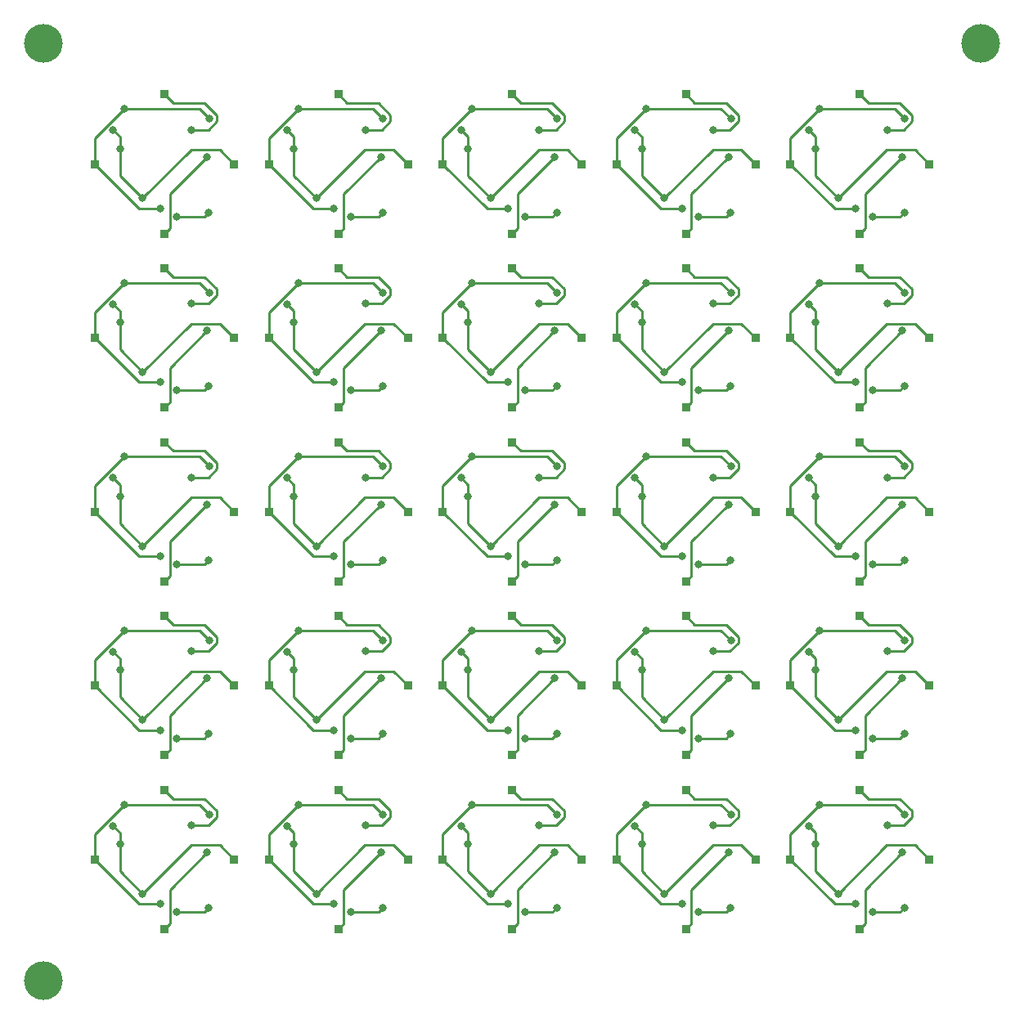
<source format=gbr>
%TF.GenerationSoftware,KiCad,Pcbnew,7.0.7-7.0.7~ubuntu20.04.1*%
%TF.CreationDate,2023-08-22T16:04:55-04:00*%
%TF.ProjectId,bno08x-i2c-board-v6-large-crystal-panel,626e6f30-3878-42d6-9932-632d626f6172,rev?*%
%TF.SameCoordinates,Original*%
%TF.FileFunction,Copper,L2,Bot*%
%TF.FilePolarity,Positive*%
%FSLAX46Y46*%
G04 Gerber Fmt 4.6, Leading zero omitted, Abs format (unit mm)*
G04 Created by KiCad (PCBNEW 7.0.7-7.0.7~ubuntu20.04.1) date 2023-08-22 16:04:55*
%MOMM*%
%LPD*%
G01*
G04 APERTURE LIST*
%TA.AperFunction,ComponentPad*%
%ADD10R,0.850000X0.850000*%
%TD*%
%TA.AperFunction,SMDPad,CuDef*%
%ADD11C,4.000000*%
%TD*%
%TA.AperFunction,ViaPad*%
%ADD12C,0.800000*%
%TD*%
%TA.AperFunction,Conductor*%
%ADD13C,0.250000*%
%TD*%
G04 APERTURE END LIST*
D10*
%TO.P,J4,1,Pin_1*%
%TO.N,Board_12-CLKSEL0*%
X58197552Y-50999388D03*
%TD*%
%TO.P,J2,1,Pin_1*%
%TO.N,Board_13-SDA*%
X68997552Y-43799388D03*
%TD*%
%TO.P,J4,1,Pin_1*%
%TO.N,Board_5-CLKSEL0*%
X22197552Y-32999388D03*
%TD*%
%TO.P,J3,1,Pin_1*%
%TO.N,Board_16-+3.3V*%
X25797552Y-68999388D03*
%TD*%
%TO.P,J2,1,Pin_1*%
%TO.N,Board_10-SDA*%
X14997552Y-43799388D03*
%TD*%
%TO.P,J2,1,Pin_1*%
%TO.N,Board_24-SDA*%
X86997552Y-79799388D03*
%TD*%
%TO.P,J1,1,Pin_1*%
%TO.N,Board_16-SCL*%
X32997552Y-76199388D03*
%TD*%
%TO.P,J3,1,Pin_1*%
%TO.N,Board_7-+3.3V*%
X43797552Y-32999388D03*
%TD*%
%TO.P,J4,1,Pin_1*%
%TO.N,Board_20-CLKSEL0*%
X22197552Y-86999388D03*
%TD*%
%TO.P,J4,1,Pin_1*%
%TO.N,Board_3-CLKSEL0*%
X76197552Y-14999388D03*
%TD*%
%TO.P,J4,1,Pin_1*%
%TO.N,Board_8-CLKSEL0*%
X76197552Y-32999388D03*
%TD*%
%TO.P,J3,1,Pin_1*%
%TO.N,Board_11-+3.3V*%
X25797552Y-50999388D03*
%TD*%
%TO.P,J4,1,Pin_1*%
%TO.N,Board_6-CLKSEL0*%
X40197552Y-32999388D03*
%TD*%
%TO.P,J3,1,Pin_1*%
%TO.N,Board_15-+3.3V*%
X7797552Y-68999388D03*
%TD*%
%TO.P,J3,1,Pin_1*%
%TO.N,Board_4-+3.3V*%
X79797552Y-14999388D03*
%TD*%
%TO.P,J4,1,Pin_1*%
%TO.N,Board_11-CLKSEL0*%
X40197552Y-50999388D03*
%TD*%
%TO.P,J4,1,Pin_1*%
%TO.N,Board_14-CLKSEL0*%
X94197552Y-50999388D03*
%TD*%
%TO.P,J3,1,Pin_1*%
%TO.N,Board_9-+3.3V*%
X79797552Y-32999388D03*
%TD*%
%TO.P,J3,1,Pin_1*%
%TO.N,Board_17-+3.3V*%
X43797552Y-68999388D03*
%TD*%
%TO.P,J4,1,Pin_1*%
%TO.N,Board_4-CLKSEL0*%
X94197552Y-14999388D03*
%TD*%
%TO.P,J2,1,Pin_1*%
%TO.N,Board_0-SDA*%
X14997552Y-7799388D03*
%TD*%
%TO.P,J3,1,Pin_1*%
%TO.N,Board_3-+3.3V*%
X61797552Y-14999388D03*
%TD*%
%TO.P,J2,1,Pin_1*%
%TO.N,Board_22-SDA*%
X50997552Y-79799388D03*
%TD*%
%TO.P,J4,1,Pin_1*%
%TO.N,Board_21-CLKSEL0*%
X40197552Y-86999388D03*
%TD*%
%TO.P,J2,1,Pin_1*%
%TO.N,Board_7-SDA*%
X50997552Y-25799388D03*
%TD*%
%TO.P,J4,1,Pin_1*%
%TO.N,Board_0-CLKSEL0*%
X22197552Y-14999388D03*
%TD*%
%TO.P,J3,1,Pin_1*%
%TO.N,Board_8-+3.3V*%
X61797552Y-32999388D03*
%TD*%
%TO.P,J4,1,Pin_1*%
%TO.N,Board_24-CLKSEL0*%
X94197552Y-86999388D03*
%TD*%
%TO.P,J1,1,Pin_1*%
%TO.N,Board_22-SCL*%
X50997552Y-94199388D03*
%TD*%
%TO.P,J4,1,Pin_1*%
%TO.N,Board_15-CLKSEL0*%
X22197552Y-68999388D03*
%TD*%
%TO.P,J3,1,Pin_1*%
%TO.N,Board_2-+3.3V*%
X43797552Y-14999388D03*
%TD*%
%TO.P,J2,1,Pin_1*%
%TO.N,Board_6-SDA*%
X32997552Y-25799388D03*
%TD*%
%TO.P,J4,1,Pin_1*%
%TO.N,Board_9-CLKSEL0*%
X94197552Y-32999388D03*
%TD*%
%TO.P,J2,1,Pin_1*%
%TO.N,Board_5-SDA*%
X14997552Y-25799388D03*
%TD*%
%TO.P,J1,1,Pin_1*%
%TO.N,Board_13-SCL*%
X68997552Y-58199388D03*
%TD*%
%TO.P,J1,1,Pin_1*%
%TO.N,Board_18-SCL*%
X68997552Y-76199388D03*
%TD*%
%TO.P,J2,1,Pin_1*%
%TO.N,Board_14-SDA*%
X86997552Y-43799388D03*
%TD*%
%TO.P,J1,1,Pin_1*%
%TO.N,Board_3-SCL*%
X68997552Y-22199388D03*
%TD*%
%TO.P,J3,1,Pin_1*%
%TO.N,Board_22-+3.3V*%
X43797552Y-86999388D03*
%TD*%
%TO.P,J1,1,Pin_1*%
%TO.N,Board_10-SCL*%
X14997552Y-58199388D03*
%TD*%
%TO.P,J3,1,Pin_1*%
%TO.N,Board_13-+3.3V*%
X61797552Y-50999388D03*
%TD*%
%TO.P,J3,1,Pin_1*%
%TO.N,Board_21-+3.3V*%
X25797552Y-86999388D03*
%TD*%
%TO.P,J1,1,Pin_1*%
%TO.N,Board_9-SCL*%
X86997552Y-40199388D03*
%TD*%
%TO.P,J1,1,Pin_1*%
%TO.N,Board_7-SCL*%
X50997552Y-40199388D03*
%TD*%
%TO.P,J1,1,Pin_1*%
%TO.N,Board_23-SCL*%
X68997552Y-94199388D03*
%TD*%
%TO.P,J4,1,Pin_1*%
%TO.N,Board_13-CLKSEL0*%
X76197552Y-50999388D03*
%TD*%
%TO.P,J4,1,Pin_1*%
%TO.N,Board_2-CLKSEL0*%
X58197552Y-14999388D03*
%TD*%
%TO.P,J4,1,Pin_1*%
%TO.N,Board_16-CLKSEL0*%
X40197552Y-68999388D03*
%TD*%
%TO.P,J3,1,Pin_1*%
%TO.N,Board_6-+3.3V*%
X25797552Y-32999388D03*
%TD*%
%TO.P,J3,1,Pin_1*%
%TO.N,Board_19-+3.3V*%
X79797552Y-68999388D03*
%TD*%
%TO.P,J2,1,Pin_1*%
%TO.N,Board_19-SDA*%
X86997552Y-61799388D03*
%TD*%
%TO.P,J1,1,Pin_1*%
%TO.N,Board_2-SCL*%
X50997552Y-22199388D03*
%TD*%
%TO.P,J2,1,Pin_1*%
%TO.N,Board_11-SDA*%
X32997552Y-43799388D03*
%TD*%
%TO.P,J1,1,Pin_1*%
%TO.N,Board_21-SCL*%
X32997552Y-94199388D03*
%TD*%
%TO.P,J3,1,Pin_1*%
%TO.N,Board_10-+3.3V*%
X7797552Y-50999388D03*
%TD*%
%TO.P,J2,1,Pin_1*%
%TO.N,Board_18-SDA*%
X68997552Y-61799388D03*
%TD*%
%TO.P,J2,1,Pin_1*%
%TO.N,Board_20-SDA*%
X14997552Y-79799388D03*
%TD*%
%TO.P,J3,1,Pin_1*%
%TO.N,Board_12-+3.3V*%
X43797552Y-50999388D03*
%TD*%
%TO.P,J1,1,Pin_1*%
%TO.N,Board_19-SCL*%
X86997552Y-76199388D03*
%TD*%
%TO.P,J2,1,Pin_1*%
%TO.N,Board_8-SDA*%
X68997552Y-25799388D03*
%TD*%
%TO.P,J4,1,Pin_1*%
%TO.N,Board_18-CLKSEL0*%
X76197552Y-68999388D03*
%TD*%
%TO.P,J2,1,Pin_1*%
%TO.N,Board_4-SDA*%
X86997552Y-7799388D03*
%TD*%
%TO.P,J2,1,Pin_1*%
%TO.N,Board_15-SDA*%
X14997552Y-61799388D03*
%TD*%
%TO.P,J1,1,Pin_1*%
%TO.N,Board_15-SCL*%
X14997552Y-76199388D03*
%TD*%
%TO.P,J4,1,Pin_1*%
%TO.N,Board_23-CLKSEL0*%
X76197552Y-86999388D03*
%TD*%
%TO.P,J1,1,Pin_1*%
%TO.N,Board_12-SCL*%
X50997552Y-58199388D03*
%TD*%
%TO.P,J1,1,Pin_1*%
%TO.N,Board_5-SCL*%
X14997552Y-40199388D03*
%TD*%
%TO.P,J3,1,Pin_1*%
%TO.N,Board_0-+3.3V*%
X7797552Y-14999388D03*
%TD*%
%TO.P,J3,1,Pin_1*%
%TO.N,Board_18-+3.3V*%
X61797552Y-68999388D03*
%TD*%
%TO.P,J1,1,Pin_1*%
%TO.N,Board_1-SCL*%
X32997552Y-22199388D03*
%TD*%
%TO.P,J1,1,Pin_1*%
%TO.N,Board_24-SCL*%
X86997552Y-94199388D03*
%TD*%
%TO.P,J1,1,Pin_1*%
%TO.N,Board_17-SCL*%
X50997552Y-76199388D03*
%TD*%
%TO.P,J2,1,Pin_1*%
%TO.N,Board_2-SDA*%
X50997552Y-7799388D03*
%TD*%
%TO.P,J1,1,Pin_1*%
%TO.N,Board_20-SCL*%
X14997552Y-94199388D03*
%TD*%
%TO.P,J1,1,Pin_1*%
%TO.N,Board_4-SCL*%
X86997552Y-22199388D03*
%TD*%
%TO.P,J4,1,Pin_1*%
%TO.N,Board_19-CLKSEL0*%
X94197552Y-68999388D03*
%TD*%
%TO.P,J2,1,Pin_1*%
%TO.N,Board_1-SDA*%
X32997552Y-7799388D03*
%TD*%
%TO.P,J2,1,Pin_1*%
%TO.N,Board_12-SDA*%
X50997552Y-43799388D03*
%TD*%
%TO.P,J3,1,Pin_1*%
%TO.N,Board_24-+3.3V*%
X79797552Y-86999388D03*
%TD*%
%TO.P,J2,1,Pin_1*%
%TO.N,Board_9-SDA*%
X86997552Y-25799388D03*
%TD*%
%TO.P,J4,1,Pin_1*%
%TO.N,Board_17-CLKSEL0*%
X58197552Y-68999388D03*
%TD*%
%TO.P,J2,1,Pin_1*%
%TO.N,Board_21-SDA*%
X32997552Y-79799388D03*
%TD*%
%TO.P,J4,1,Pin_1*%
%TO.N,Board_22-CLKSEL0*%
X58197552Y-86999388D03*
%TD*%
%TO.P,J3,1,Pin_1*%
%TO.N,Board_20-+3.3V*%
X7797552Y-86999388D03*
%TD*%
%TO.P,J3,1,Pin_1*%
%TO.N,Board_23-+3.3V*%
X61797552Y-86999388D03*
%TD*%
%TO.P,J3,1,Pin_1*%
%TO.N,Board_14-+3.3V*%
X79797552Y-50999388D03*
%TD*%
%TO.P,J4,1,Pin_1*%
%TO.N,Board_10-CLKSEL0*%
X22197552Y-50999388D03*
%TD*%
%TO.P,J1,1,Pin_1*%
%TO.N,Board_0-SCL*%
X14997552Y-22199388D03*
%TD*%
%TO.P,J2,1,Pin_1*%
%TO.N,Board_23-SDA*%
X68997552Y-79799388D03*
%TD*%
%TO.P,J2,1,Pin_1*%
%TO.N,Board_3-SDA*%
X68997552Y-7799388D03*
%TD*%
%TO.P,J1,1,Pin_1*%
%TO.N,Board_6-SCL*%
X32997552Y-40199388D03*
%TD*%
%TO.P,J1,1,Pin_1*%
%TO.N,Board_14-SCL*%
X86997552Y-58199388D03*
%TD*%
%TO.P,J4,1,Pin_1*%
%TO.N,Board_1-CLKSEL0*%
X40197552Y-14999388D03*
%TD*%
%TO.P,J3,1,Pin_1*%
%TO.N,Board_1-+3.3V*%
X25797552Y-14999388D03*
%TD*%
%TO.P,J2,1,Pin_1*%
%TO.N,Board_17-SDA*%
X50997552Y-61799388D03*
%TD*%
%TO.P,J4,1,Pin_1*%
%TO.N,Board_7-CLKSEL0*%
X58197552Y-32999388D03*
%TD*%
%TO.P,J3,1,Pin_1*%
%TO.N,Board_5-+3.3V*%
X7797552Y-32999388D03*
%TD*%
%TO.P,J2,1,Pin_1*%
%TO.N,Board_16-SDA*%
X32997552Y-61799388D03*
%TD*%
%TO.P,J1,1,Pin_1*%
%TO.N,Board_8-SCL*%
X68997552Y-40199388D03*
%TD*%
%TO.P,J1,1,Pin_1*%
%TO.N,Board_11-SCL*%
X32997552Y-58199388D03*
%TD*%
D11*
%TO.P,REF\u002A\u002A,*%
%TO.N,*%
X2500000Y-2500000D03*
%TD*%
%TO.P,REF\u002A\u002A,*%
%TO.N,*%
X99497552Y-2500000D03*
%TD*%
%TO.P,REF\u002A\u002A,*%
%TO.N,*%
X2500000Y-99498776D03*
%TD*%
D12*
%TO.N,Board_0-+3.3V*%
X16297552Y-20449388D03*
X14547552Y-19599388D03*
X19597552Y-19999388D03*
X10847552Y-9299388D03*
X19627552Y-10319388D03*
%TO.N,Board_0-CLKSEL0*%
X12747552Y-18549388D03*
X10397552Y-13399388D03*
X9697552Y-11499388D03*
%TO.N,Board_0-SCL*%
X19397552Y-14249388D03*
%TO.N,Board_0-SDA*%
X17797552Y-11449388D03*
%TO.N,Board_1-+3.3V*%
X37627552Y-10319388D03*
X37597552Y-19999388D03*
X32547552Y-19599388D03*
X28847552Y-9299388D03*
X34297552Y-20449388D03*
%TO.N,Board_1-CLKSEL0*%
X30747552Y-18549388D03*
X28397552Y-13399388D03*
X27697552Y-11499388D03*
%TO.N,Board_1-SCL*%
X37397552Y-14249388D03*
%TO.N,Board_1-SDA*%
X35797552Y-11449388D03*
%TO.N,Board_2-+3.3V*%
X52297552Y-20449388D03*
X46847552Y-9299388D03*
X50547552Y-19599388D03*
X55597552Y-19999388D03*
X55627552Y-10319388D03*
%TO.N,Board_2-CLKSEL0*%
X48747552Y-18549388D03*
X46397552Y-13399388D03*
X45697552Y-11499388D03*
%TO.N,Board_2-SCL*%
X55397552Y-14249388D03*
%TO.N,Board_2-SDA*%
X53797552Y-11449388D03*
%TO.N,Board_3-+3.3V*%
X64847552Y-9299388D03*
X70297552Y-20449388D03*
X68547552Y-19599388D03*
X73597552Y-19999388D03*
X73627552Y-10319388D03*
%TO.N,Board_3-CLKSEL0*%
X64397552Y-13399388D03*
X63697552Y-11499388D03*
X66747552Y-18549388D03*
%TO.N,Board_3-SCL*%
X73397552Y-14249388D03*
%TO.N,Board_3-SDA*%
X71797552Y-11449388D03*
%TO.N,Board_4-+3.3V*%
X91627552Y-10319388D03*
X82847552Y-9299388D03*
X86547552Y-19599388D03*
X91597552Y-19999388D03*
X88297552Y-20449388D03*
%TO.N,Board_4-CLKSEL0*%
X84747552Y-18549388D03*
X82397552Y-13399388D03*
X81697552Y-11499388D03*
%TO.N,Board_4-SCL*%
X91397552Y-14249388D03*
%TO.N,Board_4-SDA*%
X89797552Y-11449388D03*
%TO.N,Board_5-+3.3V*%
X14547552Y-37599388D03*
X10847552Y-27299388D03*
X19597552Y-37999388D03*
X16297552Y-38449388D03*
X19627552Y-28319388D03*
%TO.N,Board_5-CLKSEL0*%
X9697552Y-29499388D03*
X12747552Y-36549388D03*
X10397552Y-31399388D03*
%TO.N,Board_5-SCL*%
X19397552Y-32249388D03*
%TO.N,Board_5-SDA*%
X17797552Y-29449388D03*
%TO.N,Board_6-+3.3V*%
X34297552Y-38449388D03*
X37597552Y-37999388D03*
X28847552Y-27299388D03*
X37627552Y-28319388D03*
X32547552Y-37599388D03*
%TO.N,Board_6-CLKSEL0*%
X28397552Y-31399388D03*
X30747552Y-36549388D03*
X27697552Y-29499388D03*
%TO.N,Board_6-SCL*%
X37397552Y-32249388D03*
%TO.N,Board_6-SDA*%
X35797552Y-29449388D03*
%TO.N,Board_7-+3.3V*%
X55627552Y-28319388D03*
X46847552Y-27299388D03*
X55597552Y-37999388D03*
X50547552Y-37599388D03*
X52297552Y-38449388D03*
%TO.N,Board_7-CLKSEL0*%
X48747552Y-36549388D03*
X45697552Y-29499388D03*
X46397552Y-31399388D03*
%TO.N,Board_7-SCL*%
X55397552Y-32249388D03*
%TO.N,Board_7-SDA*%
X53797552Y-29449388D03*
%TO.N,Board_8-+3.3V*%
X73627552Y-28319388D03*
X73597552Y-37999388D03*
X64847552Y-27299388D03*
X70297552Y-38449388D03*
X68547552Y-37599388D03*
%TO.N,Board_8-CLKSEL0*%
X66747552Y-36549388D03*
X63697552Y-29499388D03*
X64397552Y-31399388D03*
%TO.N,Board_8-SCL*%
X73397552Y-32249388D03*
%TO.N,Board_8-SDA*%
X71797552Y-29449388D03*
%TO.N,Board_9-+3.3V*%
X82847552Y-27299388D03*
X91627552Y-28319388D03*
X86547552Y-37599388D03*
X91597552Y-37999388D03*
X88297552Y-38449388D03*
%TO.N,Board_9-CLKSEL0*%
X84747552Y-36549388D03*
X81697552Y-29499388D03*
X82397552Y-31399388D03*
%TO.N,Board_9-SCL*%
X91397552Y-32249388D03*
%TO.N,Board_9-SDA*%
X89797552Y-29449388D03*
%TO.N,Board_10-+3.3V*%
X19627552Y-46319388D03*
X10847552Y-45299388D03*
X16297552Y-56449388D03*
X14547552Y-55599388D03*
X19597552Y-55999388D03*
%TO.N,Board_10-CLKSEL0*%
X9697552Y-47499388D03*
X12747552Y-54549388D03*
X10397552Y-49399388D03*
%TO.N,Board_10-SCL*%
X19397552Y-50249388D03*
%TO.N,Board_10-SDA*%
X17797552Y-47449388D03*
%TO.N,Board_11-+3.3V*%
X28847552Y-45299388D03*
X34297552Y-56449388D03*
X37627552Y-46319388D03*
X37597552Y-55999388D03*
X32547552Y-55599388D03*
%TO.N,Board_11-CLKSEL0*%
X27697552Y-47499388D03*
X30747552Y-54549388D03*
X28397552Y-49399388D03*
%TO.N,Board_11-SCL*%
X37397552Y-50249388D03*
%TO.N,Board_11-SDA*%
X35797552Y-47449388D03*
%TO.N,Board_12-+3.3V*%
X50547552Y-55599388D03*
X52297552Y-56449388D03*
X55627552Y-46319388D03*
X46847552Y-45299388D03*
X55597552Y-55999388D03*
%TO.N,Board_12-CLKSEL0*%
X46397552Y-49399388D03*
X45697552Y-47499388D03*
X48747552Y-54549388D03*
%TO.N,Board_12-SCL*%
X55397552Y-50249388D03*
%TO.N,Board_12-SDA*%
X53797552Y-47449388D03*
%TO.N,Board_13-+3.3V*%
X64847552Y-45299388D03*
X73597552Y-55999388D03*
X68547552Y-55599388D03*
X73627552Y-46319388D03*
X70297552Y-56449388D03*
%TO.N,Board_13-CLKSEL0*%
X64397552Y-49399388D03*
X63697552Y-47499388D03*
X66747552Y-54549388D03*
%TO.N,Board_13-SCL*%
X73397552Y-50249388D03*
%TO.N,Board_13-SDA*%
X71797552Y-47449388D03*
%TO.N,Board_14-+3.3V*%
X91627552Y-46319388D03*
X86547552Y-55599388D03*
X88297552Y-56449388D03*
X82847552Y-45299388D03*
X91597552Y-55999388D03*
%TO.N,Board_14-CLKSEL0*%
X84747552Y-54549388D03*
X82397552Y-49399388D03*
X81697552Y-47499388D03*
%TO.N,Board_14-SCL*%
X91397552Y-50249388D03*
%TO.N,Board_14-SDA*%
X89797552Y-47449388D03*
%TO.N,Board_15-+3.3V*%
X10847552Y-63299388D03*
X19597552Y-73999388D03*
X16297552Y-74449388D03*
X19627552Y-64319388D03*
X14547552Y-73599388D03*
%TO.N,Board_15-CLKSEL0*%
X9697552Y-65499388D03*
X10397552Y-67399388D03*
X12747552Y-72549388D03*
%TO.N,Board_15-SCL*%
X19397552Y-68249388D03*
%TO.N,Board_15-SDA*%
X17797552Y-65449388D03*
%TO.N,Board_16-+3.3V*%
X32547552Y-73599388D03*
X37627552Y-64319388D03*
X37597552Y-73999388D03*
X34297552Y-74449388D03*
X28847552Y-63299388D03*
%TO.N,Board_16-CLKSEL0*%
X30747552Y-72549388D03*
X27697552Y-65499388D03*
X28397552Y-67399388D03*
%TO.N,Board_16-SCL*%
X37397552Y-68249388D03*
%TO.N,Board_16-SDA*%
X35797552Y-65449388D03*
%TO.N,Board_17-+3.3V*%
X55597552Y-73999388D03*
X46847552Y-63299388D03*
X50547552Y-73599388D03*
X52297552Y-74449388D03*
X55627552Y-64319388D03*
%TO.N,Board_17-CLKSEL0*%
X45697552Y-65499388D03*
X48747552Y-72549388D03*
X46397552Y-67399388D03*
%TO.N,Board_17-SCL*%
X55397552Y-68249388D03*
%TO.N,Board_17-SDA*%
X53797552Y-65449388D03*
%TO.N,Board_18-+3.3V*%
X73627552Y-64319388D03*
X70297552Y-74449388D03*
X68547552Y-73599388D03*
X64847552Y-63299388D03*
X73597552Y-73999388D03*
%TO.N,Board_18-CLKSEL0*%
X64397552Y-67399388D03*
X66747552Y-72549388D03*
X63697552Y-65499388D03*
%TO.N,Board_18-SCL*%
X73397552Y-68249388D03*
%TO.N,Board_18-SDA*%
X71797552Y-65449388D03*
%TO.N,Board_19-+3.3V*%
X82847552Y-63299388D03*
X88297552Y-74449388D03*
X91597552Y-73999388D03*
X86547552Y-73599388D03*
X91627552Y-64319388D03*
%TO.N,Board_19-CLKSEL0*%
X82397552Y-67399388D03*
X81697552Y-65499388D03*
X84747552Y-72549388D03*
%TO.N,Board_19-SCL*%
X91397552Y-68249388D03*
%TO.N,Board_19-SDA*%
X89797552Y-65449388D03*
%TO.N,Board_20-+3.3V*%
X14547552Y-91599388D03*
X10847552Y-81299388D03*
X16297552Y-92449388D03*
X19627552Y-82319388D03*
X19597552Y-91999388D03*
%TO.N,Board_20-CLKSEL0*%
X9697552Y-83499388D03*
X10397552Y-85399388D03*
X12747552Y-90549388D03*
%TO.N,Board_20-SCL*%
X19397552Y-86249388D03*
%TO.N,Board_20-SDA*%
X17797552Y-83449388D03*
%TO.N,Board_21-+3.3V*%
X28847552Y-81299388D03*
X37597552Y-91999388D03*
X37627552Y-82319388D03*
X32547552Y-91599388D03*
X34297552Y-92449388D03*
%TO.N,Board_21-CLKSEL0*%
X28397552Y-85399388D03*
X27697552Y-83499388D03*
X30747552Y-90549388D03*
%TO.N,Board_21-SCL*%
X37397552Y-86249388D03*
%TO.N,Board_21-SDA*%
X35797552Y-83449388D03*
%TO.N,Board_22-+3.3V*%
X46847552Y-81299388D03*
X52297552Y-92449388D03*
X50547552Y-91599388D03*
X55597552Y-91999388D03*
X55627552Y-82319388D03*
%TO.N,Board_22-CLKSEL0*%
X45697552Y-83499388D03*
X48747552Y-90549388D03*
X46397552Y-85399388D03*
%TO.N,Board_22-SCL*%
X55397552Y-86249388D03*
%TO.N,Board_22-SDA*%
X53797552Y-83449388D03*
%TO.N,Board_23-+3.3V*%
X73597552Y-91999388D03*
X73627552Y-82319388D03*
X64847552Y-81299388D03*
X70297552Y-92449388D03*
X68547552Y-91599388D03*
%TO.N,Board_23-CLKSEL0*%
X64397552Y-85399388D03*
X63697552Y-83499388D03*
X66747552Y-90549388D03*
%TO.N,Board_23-SCL*%
X73397552Y-86249388D03*
%TO.N,Board_23-SDA*%
X71797552Y-83449388D03*
%TO.N,Board_24-+3.3V*%
X88297552Y-92449388D03*
X86547552Y-91599388D03*
X91627552Y-82319388D03*
X91597552Y-91999388D03*
X82847552Y-81299388D03*
%TO.N,Board_24-CLKSEL0*%
X81697552Y-83499388D03*
X82397552Y-85399388D03*
X84747552Y-90549388D03*
%TO.N,Board_24-SCL*%
X91397552Y-86249388D03*
%TO.N,Board_24-SDA*%
X89797552Y-83449388D03*
%TD*%
D13*
%TO.N,Board_0-+3.3V*%
X19147552Y-20449388D02*
X16297552Y-20449388D01*
X7797552Y-12349388D02*
X7797552Y-14999388D01*
X18607552Y-9299388D02*
X19627552Y-10319388D01*
X12397552Y-19599388D02*
X14547552Y-19599388D01*
X19597552Y-19999388D02*
X19147552Y-20449388D01*
X7797552Y-14999388D02*
X12397552Y-19599388D01*
X10847552Y-9299388D02*
X7797552Y-12349388D01*
X10847552Y-9299388D02*
X18607552Y-9299388D01*
%TO.N,Board_0-CLKSEL0*%
X17772552Y-13524388D02*
X12747552Y-18549388D01*
X10397552Y-12199388D02*
X9697552Y-11499388D01*
X12747552Y-18549388D02*
X10397552Y-16199388D01*
X10397552Y-16199388D02*
X10397552Y-13399388D01*
X10397552Y-13399388D02*
X10397552Y-12199388D01*
X22197552Y-14999388D02*
X20722552Y-13524388D01*
X20722552Y-13524388D02*
X17772552Y-13524388D01*
%TO.N,Board_0-SCL*%
X15547552Y-21649388D02*
X15547552Y-18099388D01*
X15547552Y-18099388D02*
X19397552Y-14249388D01*
X14997552Y-22199388D02*
X15547552Y-21649388D01*
%TO.N,Board_0-SDA*%
X20397552Y-10574693D02*
X20397552Y-9949388D01*
X20397552Y-9949388D02*
X19147552Y-8699388D01*
X19147552Y-8699388D02*
X15897552Y-8699388D01*
X17797552Y-11449388D02*
X19522857Y-11449388D01*
X19522857Y-11449388D02*
X20397552Y-10574693D01*
X15897552Y-8699388D02*
X14997552Y-7799388D01*
%TO.N,Board_1-+3.3V*%
X36607552Y-9299388D02*
X37627552Y-10319388D01*
X28847552Y-9299388D02*
X25797552Y-12349388D01*
X25797552Y-12349388D02*
X25797552Y-14999388D01*
X28847552Y-9299388D02*
X36607552Y-9299388D01*
X30397552Y-19599388D02*
X32547552Y-19599388D01*
X37147552Y-20449388D02*
X34297552Y-20449388D01*
X25797552Y-14999388D02*
X30397552Y-19599388D01*
X37597552Y-19999388D02*
X37147552Y-20449388D01*
%TO.N,Board_1-CLKSEL0*%
X28397552Y-12199388D02*
X27697552Y-11499388D01*
X40197552Y-14999388D02*
X38722552Y-13524388D01*
X28397552Y-13399388D02*
X28397552Y-12199388D01*
X35772552Y-13524388D02*
X30747552Y-18549388D01*
X38722552Y-13524388D02*
X35772552Y-13524388D01*
X30747552Y-18549388D02*
X28397552Y-16199388D01*
X28397552Y-16199388D02*
X28397552Y-13399388D01*
%TO.N,Board_1-SCL*%
X33547552Y-21649388D02*
X33547552Y-18099388D01*
X33547552Y-18099388D02*
X37397552Y-14249388D01*
X32997552Y-22199388D02*
X33547552Y-21649388D01*
%TO.N,Board_1-SDA*%
X37147552Y-8699388D02*
X33897552Y-8699388D01*
X35797552Y-11449388D02*
X37522857Y-11449388D01*
X38397552Y-9949388D02*
X37147552Y-8699388D01*
X38397552Y-10574693D02*
X38397552Y-9949388D01*
X37522857Y-11449388D02*
X38397552Y-10574693D01*
X33897552Y-8699388D02*
X32997552Y-7799388D01*
%TO.N,Board_2-+3.3V*%
X46847552Y-9299388D02*
X54607552Y-9299388D01*
X43797552Y-12349388D02*
X43797552Y-14999388D01*
X55597552Y-19999388D02*
X55147552Y-20449388D01*
X54607552Y-9299388D02*
X55627552Y-10319388D01*
X48397552Y-19599388D02*
X50547552Y-19599388D01*
X55147552Y-20449388D02*
X52297552Y-20449388D01*
X43797552Y-14999388D02*
X48397552Y-19599388D01*
X46847552Y-9299388D02*
X43797552Y-12349388D01*
%TO.N,Board_2-CLKSEL0*%
X48747552Y-18549388D02*
X46397552Y-16199388D01*
X46397552Y-13399388D02*
X46397552Y-12199388D01*
X46397552Y-12199388D02*
X45697552Y-11499388D01*
X56722552Y-13524388D02*
X53772552Y-13524388D01*
X53772552Y-13524388D02*
X48747552Y-18549388D01*
X58197552Y-14999388D02*
X56722552Y-13524388D01*
X46397552Y-16199388D02*
X46397552Y-13399388D01*
%TO.N,Board_2-SCL*%
X51547552Y-21649388D02*
X51547552Y-18099388D01*
X50997552Y-22199388D02*
X51547552Y-21649388D01*
X51547552Y-18099388D02*
X55397552Y-14249388D01*
%TO.N,Board_2-SDA*%
X53797552Y-11449388D02*
X55522857Y-11449388D01*
X55147552Y-8699388D02*
X51897552Y-8699388D01*
X56397552Y-10574693D02*
X56397552Y-9949388D01*
X51897552Y-8699388D02*
X50997552Y-7799388D01*
X55522857Y-11449388D02*
X56397552Y-10574693D01*
X56397552Y-9949388D02*
X55147552Y-8699388D01*
%TO.N,Board_3-+3.3V*%
X72607552Y-9299388D02*
X73627552Y-10319388D01*
X73147552Y-20449388D02*
X70297552Y-20449388D01*
X64847552Y-9299388D02*
X61797552Y-12349388D01*
X73597552Y-19999388D02*
X73147552Y-20449388D01*
X61797552Y-12349388D02*
X61797552Y-14999388D01*
X61797552Y-14999388D02*
X66397552Y-19599388D01*
X66397552Y-19599388D02*
X68547552Y-19599388D01*
X64847552Y-9299388D02*
X72607552Y-9299388D01*
%TO.N,Board_3-CLKSEL0*%
X64397552Y-12199388D02*
X63697552Y-11499388D01*
X66747552Y-18549388D02*
X64397552Y-16199388D01*
X64397552Y-13399388D02*
X64397552Y-12199388D01*
X74722552Y-13524388D02*
X71772552Y-13524388D01*
X76197552Y-14999388D02*
X74722552Y-13524388D01*
X71772552Y-13524388D02*
X66747552Y-18549388D01*
X64397552Y-16199388D02*
X64397552Y-13399388D01*
%TO.N,Board_3-SCL*%
X69547552Y-18099388D02*
X73397552Y-14249388D01*
X69547552Y-21649388D02*
X69547552Y-18099388D01*
X68997552Y-22199388D02*
X69547552Y-21649388D01*
%TO.N,Board_3-SDA*%
X69897552Y-8699388D02*
X68997552Y-7799388D01*
X74397552Y-10574693D02*
X74397552Y-9949388D01*
X74397552Y-9949388D02*
X73147552Y-8699388D01*
X73522857Y-11449388D02*
X74397552Y-10574693D01*
X71797552Y-11449388D02*
X73522857Y-11449388D01*
X73147552Y-8699388D02*
X69897552Y-8699388D01*
%TO.N,Board_4-+3.3V*%
X91147552Y-20449388D02*
X88297552Y-20449388D01*
X82847552Y-9299388D02*
X90607552Y-9299388D01*
X84397552Y-19599388D02*
X86547552Y-19599388D01*
X90607552Y-9299388D02*
X91627552Y-10319388D01*
X79797552Y-12349388D02*
X79797552Y-14999388D01*
X91597552Y-19999388D02*
X91147552Y-20449388D01*
X82847552Y-9299388D02*
X79797552Y-12349388D01*
X79797552Y-14999388D02*
X84397552Y-19599388D01*
%TO.N,Board_4-CLKSEL0*%
X84747552Y-18549388D02*
X82397552Y-16199388D01*
X89772552Y-13524388D02*
X84747552Y-18549388D01*
X82397552Y-16199388D02*
X82397552Y-13399388D01*
X94197552Y-14999388D02*
X92722552Y-13524388D01*
X92722552Y-13524388D02*
X89772552Y-13524388D01*
X82397552Y-12199388D02*
X81697552Y-11499388D01*
X82397552Y-13399388D02*
X82397552Y-12199388D01*
%TO.N,Board_4-SCL*%
X87547552Y-21649388D02*
X87547552Y-18099388D01*
X86997552Y-22199388D02*
X87547552Y-21649388D01*
X87547552Y-18099388D02*
X91397552Y-14249388D01*
%TO.N,Board_4-SDA*%
X92397552Y-9949388D02*
X91147552Y-8699388D01*
X92397552Y-10574693D02*
X92397552Y-9949388D01*
X87897552Y-8699388D02*
X86997552Y-7799388D01*
X91147552Y-8699388D02*
X87897552Y-8699388D01*
X89797552Y-11449388D02*
X91522857Y-11449388D01*
X91522857Y-11449388D02*
X92397552Y-10574693D01*
%TO.N,Board_5-+3.3V*%
X19147552Y-38449388D02*
X16297552Y-38449388D01*
X7797552Y-32999388D02*
X12397552Y-37599388D01*
X19597552Y-37999388D02*
X19147552Y-38449388D01*
X10847552Y-27299388D02*
X18607552Y-27299388D01*
X10847552Y-27299388D02*
X7797552Y-30349388D01*
X7797552Y-30349388D02*
X7797552Y-32999388D01*
X18607552Y-27299388D02*
X19627552Y-28319388D01*
X12397552Y-37599388D02*
X14547552Y-37599388D01*
%TO.N,Board_5-CLKSEL0*%
X22197552Y-32999388D02*
X20722552Y-31524388D01*
X17772552Y-31524388D02*
X12747552Y-36549388D01*
X10397552Y-34199388D02*
X10397552Y-31399388D01*
X20722552Y-31524388D02*
X17772552Y-31524388D01*
X12747552Y-36549388D02*
X10397552Y-34199388D01*
X10397552Y-31399388D02*
X10397552Y-30199388D01*
X10397552Y-30199388D02*
X9697552Y-29499388D01*
%TO.N,Board_5-SCL*%
X15547552Y-39649388D02*
X15547552Y-36099388D01*
X14997552Y-40199388D02*
X15547552Y-39649388D01*
X15547552Y-36099388D02*
X19397552Y-32249388D01*
%TO.N,Board_5-SDA*%
X20397552Y-28574693D02*
X20397552Y-27949388D01*
X20397552Y-27949388D02*
X19147552Y-26699388D01*
X19147552Y-26699388D02*
X15897552Y-26699388D01*
X17797552Y-29449388D02*
X19522857Y-29449388D01*
X19522857Y-29449388D02*
X20397552Y-28574693D01*
X15897552Y-26699388D02*
X14997552Y-25799388D01*
%TO.N,Board_6-+3.3V*%
X37597552Y-37999388D02*
X37147552Y-38449388D01*
X28847552Y-27299388D02*
X25797552Y-30349388D01*
X37147552Y-38449388D02*
X34297552Y-38449388D01*
X30397552Y-37599388D02*
X32547552Y-37599388D01*
X25797552Y-32999388D02*
X30397552Y-37599388D01*
X28847552Y-27299388D02*
X36607552Y-27299388D01*
X36607552Y-27299388D02*
X37627552Y-28319388D01*
X25797552Y-30349388D02*
X25797552Y-32999388D01*
%TO.N,Board_6-CLKSEL0*%
X30747552Y-36549388D02*
X28397552Y-34199388D01*
X35772552Y-31524388D02*
X30747552Y-36549388D01*
X28397552Y-30199388D02*
X27697552Y-29499388D01*
X40197552Y-32999388D02*
X38722552Y-31524388D01*
X28397552Y-34199388D02*
X28397552Y-31399388D01*
X28397552Y-31399388D02*
X28397552Y-30199388D01*
X38722552Y-31524388D02*
X35772552Y-31524388D01*
%TO.N,Board_6-SCL*%
X33547552Y-39649388D02*
X33547552Y-36099388D01*
X32997552Y-40199388D02*
X33547552Y-39649388D01*
X33547552Y-36099388D02*
X37397552Y-32249388D01*
%TO.N,Board_6-SDA*%
X37147552Y-26699388D02*
X33897552Y-26699388D01*
X37522857Y-29449388D02*
X38397552Y-28574693D01*
X35797552Y-29449388D02*
X37522857Y-29449388D01*
X33897552Y-26699388D02*
X32997552Y-25799388D01*
X38397552Y-28574693D02*
X38397552Y-27949388D01*
X38397552Y-27949388D02*
X37147552Y-26699388D01*
%TO.N,Board_7-+3.3V*%
X54607552Y-27299388D02*
X55627552Y-28319388D01*
X55597552Y-37999388D02*
X55147552Y-38449388D01*
X55147552Y-38449388D02*
X52297552Y-38449388D01*
X46847552Y-27299388D02*
X54607552Y-27299388D01*
X43797552Y-32999388D02*
X48397552Y-37599388D01*
X46847552Y-27299388D02*
X43797552Y-30349388D01*
X43797552Y-30349388D02*
X43797552Y-32999388D01*
X48397552Y-37599388D02*
X50547552Y-37599388D01*
%TO.N,Board_7-CLKSEL0*%
X53772552Y-31524388D02*
X48747552Y-36549388D01*
X46397552Y-34199388D02*
X46397552Y-31399388D01*
X46397552Y-30199388D02*
X45697552Y-29499388D01*
X46397552Y-31399388D02*
X46397552Y-30199388D01*
X56722552Y-31524388D02*
X53772552Y-31524388D01*
X48747552Y-36549388D02*
X46397552Y-34199388D01*
X58197552Y-32999388D02*
X56722552Y-31524388D01*
%TO.N,Board_7-SCL*%
X50997552Y-40199388D02*
X51547552Y-39649388D01*
X51547552Y-36099388D02*
X55397552Y-32249388D01*
X51547552Y-39649388D02*
X51547552Y-36099388D01*
%TO.N,Board_7-SDA*%
X55147552Y-26699388D02*
X51897552Y-26699388D01*
X56397552Y-27949388D02*
X55147552Y-26699388D01*
X53797552Y-29449388D02*
X55522857Y-29449388D01*
X56397552Y-28574693D02*
X56397552Y-27949388D01*
X55522857Y-29449388D02*
X56397552Y-28574693D01*
X51897552Y-26699388D02*
X50997552Y-25799388D01*
%TO.N,Board_8-+3.3V*%
X64847552Y-27299388D02*
X61797552Y-30349388D01*
X61797552Y-32999388D02*
X66397552Y-37599388D01*
X61797552Y-30349388D02*
X61797552Y-32999388D01*
X72607552Y-27299388D02*
X73627552Y-28319388D01*
X73147552Y-38449388D02*
X70297552Y-38449388D01*
X66397552Y-37599388D02*
X68547552Y-37599388D01*
X73597552Y-37999388D02*
X73147552Y-38449388D01*
X64847552Y-27299388D02*
X72607552Y-27299388D01*
%TO.N,Board_8-CLKSEL0*%
X64397552Y-30199388D02*
X63697552Y-29499388D01*
X74722552Y-31524388D02*
X71772552Y-31524388D01*
X71772552Y-31524388D02*
X66747552Y-36549388D01*
X64397552Y-31399388D02*
X64397552Y-30199388D01*
X64397552Y-34199388D02*
X64397552Y-31399388D01*
X66747552Y-36549388D02*
X64397552Y-34199388D01*
X76197552Y-32999388D02*
X74722552Y-31524388D01*
%TO.N,Board_8-SCL*%
X69547552Y-36099388D02*
X73397552Y-32249388D01*
X68997552Y-40199388D02*
X69547552Y-39649388D01*
X69547552Y-39649388D02*
X69547552Y-36099388D01*
%TO.N,Board_8-SDA*%
X69897552Y-26699388D02*
X68997552Y-25799388D01*
X74397552Y-28574693D02*
X74397552Y-27949388D01*
X73147552Y-26699388D02*
X69897552Y-26699388D01*
X74397552Y-27949388D02*
X73147552Y-26699388D01*
X73522857Y-29449388D02*
X74397552Y-28574693D01*
X71797552Y-29449388D02*
X73522857Y-29449388D01*
%TO.N,Board_9-+3.3V*%
X79797552Y-32999388D02*
X84397552Y-37599388D01*
X84397552Y-37599388D02*
X86547552Y-37599388D01*
X79797552Y-30349388D02*
X79797552Y-32999388D01*
X82847552Y-27299388D02*
X90607552Y-27299388D01*
X90607552Y-27299388D02*
X91627552Y-28319388D01*
X91147552Y-38449388D02*
X88297552Y-38449388D01*
X91597552Y-37999388D02*
X91147552Y-38449388D01*
X82847552Y-27299388D02*
X79797552Y-30349388D01*
%TO.N,Board_9-CLKSEL0*%
X92722552Y-31524388D02*
X89772552Y-31524388D01*
X82397552Y-34199388D02*
X82397552Y-31399388D01*
X84747552Y-36549388D02*
X82397552Y-34199388D01*
X94197552Y-32999388D02*
X92722552Y-31524388D01*
X82397552Y-31399388D02*
X82397552Y-30199388D01*
X82397552Y-30199388D02*
X81697552Y-29499388D01*
X89772552Y-31524388D02*
X84747552Y-36549388D01*
%TO.N,Board_9-SCL*%
X86997552Y-40199388D02*
X87547552Y-39649388D01*
X87547552Y-39649388D02*
X87547552Y-36099388D01*
X87547552Y-36099388D02*
X91397552Y-32249388D01*
%TO.N,Board_9-SDA*%
X87897552Y-26699388D02*
X86997552Y-25799388D01*
X92397552Y-28574693D02*
X92397552Y-27949388D01*
X91522857Y-29449388D02*
X92397552Y-28574693D01*
X91147552Y-26699388D02*
X87897552Y-26699388D01*
X92397552Y-27949388D02*
X91147552Y-26699388D01*
X89797552Y-29449388D02*
X91522857Y-29449388D01*
%TO.N,Board_10-+3.3V*%
X7797552Y-50999388D02*
X12397552Y-55599388D01*
X19597552Y-55999388D02*
X19147552Y-56449388D01*
X12397552Y-55599388D02*
X14547552Y-55599388D01*
X7797552Y-48349388D02*
X7797552Y-50999388D01*
X19147552Y-56449388D02*
X16297552Y-56449388D01*
X10847552Y-45299388D02*
X18607552Y-45299388D01*
X10847552Y-45299388D02*
X7797552Y-48349388D01*
X18607552Y-45299388D02*
X19627552Y-46319388D01*
%TO.N,Board_10-CLKSEL0*%
X20722552Y-49524388D02*
X17772552Y-49524388D01*
X10397552Y-48199388D02*
X9697552Y-47499388D01*
X10397552Y-52199388D02*
X10397552Y-49399388D01*
X12747552Y-54549388D02*
X10397552Y-52199388D01*
X22197552Y-50999388D02*
X20722552Y-49524388D01*
X17772552Y-49524388D02*
X12747552Y-54549388D01*
X10397552Y-49399388D02*
X10397552Y-48199388D01*
%TO.N,Board_10-SCL*%
X15547552Y-54099388D02*
X19397552Y-50249388D01*
X14997552Y-58199388D02*
X15547552Y-57649388D01*
X15547552Y-57649388D02*
X15547552Y-54099388D01*
%TO.N,Board_10-SDA*%
X15897552Y-44699388D02*
X14997552Y-43799388D01*
X20397552Y-45949388D02*
X19147552Y-44699388D01*
X19522857Y-47449388D02*
X20397552Y-46574693D01*
X20397552Y-46574693D02*
X20397552Y-45949388D01*
X19147552Y-44699388D02*
X15897552Y-44699388D01*
X17797552Y-47449388D02*
X19522857Y-47449388D01*
%TO.N,Board_11-+3.3V*%
X30397552Y-55599388D02*
X32547552Y-55599388D01*
X25797552Y-48349388D02*
X25797552Y-50999388D01*
X28847552Y-45299388D02*
X25797552Y-48349388D01*
X37597552Y-55999388D02*
X37147552Y-56449388D01*
X25797552Y-50999388D02*
X30397552Y-55599388D01*
X37147552Y-56449388D02*
X34297552Y-56449388D01*
X36607552Y-45299388D02*
X37627552Y-46319388D01*
X28847552Y-45299388D02*
X36607552Y-45299388D01*
%TO.N,Board_11-CLKSEL0*%
X40197552Y-50999388D02*
X38722552Y-49524388D01*
X28397552Y-48199388D02*
X27697552Y-47499388D01*
X30747552Y-54549388D02*
X28397552Y-52199388D01*
X28397552Y-49399388D02*
X28397552Y-48199388D01*
X35772552Y-49524388D02*
X30747552Y-54549388D01*
X38722552Y-49524388D02*
X35772552Y-49524388D01*
X28397552Y-52199388D02*
X28397552Y-49399388D01*
%TO.N,Board_11-SCL*%
X33547552Y-54099388D02*
X37397552Y-50249388D01*
X33547552Y-57649388D02*
X33547552Y-54099388D01*
X32997552Y-58199388D02*
X33547552Y-57649388D01*
%TO.N,Board_11-SDA*%
X38397552Y-46574693D02*
X38397552Y-45949388D01*
X35797552Y-47449388D02*
X37522857Y-47449388D01*
X37522857Y-47449388D02*
X38397552Y-46574693D01*
X33897552Y-44699388D02*
X32997552Y-43799388D01*
X37147552Y-44699388D02*
X33897552Y-44699388D01*
X38397552Y-45949388D02*
X37147552Y-44699388D01*
%TO.N,Board_12-+3.3V*%
X43797552Y-50999388D02*
X48397552Y-55599388D01*
X48397552Y-55599388D02*
X50547552Y-55599388D01*
X55147552Y-56449388D02*
X52297552Y-56449388D01*
X54607552Y-45299388D02*
X55627552Y-46319388D01*
X55597552Y-55999388D02*
X55147552Y-56449388D01*
X46847552Y-45299388D02*
X54607552Y-45299388D01*
X46847552Y-45299388D02*
X43797552Y-48349388D01*
X43797552Y-48349388D02*
X43797552Y-50999388D01*
%TO.N,Board_12-CLKSEL0*%
X46397552Y-52199388D02*
X46397552Y-49399388D01*
X53772552Y-49524388D02*
X48747552Y-54549388D01*
X58197552Y-50999388D02*
X56722552Y-49524388D01*
X56722552Y-49524388D02*
X53772552Y-49524388D01*
X46397552Y-49399388D02*
X46397552Y-48199388D01*
X46397552Y-48199388D02*
X45697552Y-47499388D01*
X48747552Y-54549388D02*
X46397552Y-52199388D01*
%TO.N,Board_12-SCL*%
X51547552Y-57649388D02*
X51547552Y-54099388D01*
X50997552Y-58199388D02*
X51547552Y-57649388D01*
X51547552Y-54099388D02*
X55397552Y-50249388D01*
%TO.N,Board_12-SDA*%
X51897552Y-44699388D02*
X50997552Y-43799388D01*
X56397552Y-46574693D02*
X56397552Y-45949388D01*
X55522857Y-47449388D02*
X56397552Y-46574693D01*
X56397552Y-45949388D02*
X55147552Y-44699388D01*
X55147552Y-44699388D02*
X51897552Y-44699388D01*
X53797552Y-47449388D02*
X55522857Y-47449388D01*
%TO.N,Board_13-+3.3V*%
X64847552Y-45299388D02*
X72607552Y-45299388D01*
X61797552Y-48349388D02*
X61797552Y-50999388D01*
X72607552Y-45299388D02*
X73627552Y-46319388D01*
X64847552Y-45299388D02*
X61797552Y-48349388D01*
X73147552Y-56449388D02*
X70297552Y-56449388D01*
X73597552Y-55999388D02*
X73147552Y-56449388D01*
X66397552Y-55599388D02*
X68547552Y-55599388D01*
X61797552Y-50999388D02*
X66397552Y-55599388D01*
%TO.N,Board_13-CLKSEL0*%
X74722552Y-49524388D02*
X71772552Y-49524388D01*
X66747552Y-54549388D02*
X64397552Y-52199388D01*
X76197552Y-50999388D02*
X74722552Y-49524388D01*
X64397552Y-49399388D02*
X64397552Y-48199388D01*
X64397552Y-48199388D02*
X63697552Y-47499388D01*
X71772552Y-49524388D02*
X66747552Y-54549388D01*
X64397552Y-52199388D02*
X64397552Y-49399388D01*
%TO.N,Board_13-SCL*%
X69547552Y-54099388D02*
X73397552Y-50249388D01*
X69547552Y-57649388D02*
X69547552Y-54099388D01*
X68997552Y-58199388D02*
X69547552Y-57649388D01*
%TO.N,Board_13-SDA*%
X74397552Y-45949388D02*
X73147552Y-44699388D01*
X73147552Y-44699388D02*
X69897552Y-44699388D01*
X73522857Y-47449388D02*
X74397552Y-46574693D01*
X69897552Y-44699388D02*
X68997552Y-43799388D01*
X74397552Y-46574693D02*
X74397552Y-45949388D01*
X71797552Y-47449388D02*
X73522857Y-47449388D01*
%TO.N,Board_14-+3.3V*%
X82847552Y-45299388D02*
X90607552Y-45299388D01*
X79797552Y-48349388D02*
X79797552Y-50999388D01*
X91147552Y-56449388D02*
X88297552Y-56449388D01*
X79797552Y-50999388D02*
X84397552Y-55599388D01*
X90607552Y-45299388D02*
X91627552Y-46319388D01*
X82847552Y-45299388D02*
X79797552Y-48349388D01*
X84397552Y-55599388D02*
X86547552Y-55599388D01*
X91597552Y-55999388D02*
X91147552Y-56449388D01*
%TO.N,Board_14-CLKSEL0*%
X82397552Y-49399388D02*
X82397552Y-48199388D01*
X94197552Y-50999388D02*
X92722552Y-49524388D01*
X82397552Y-48199388D02*
X81697552Y-47499388D01*
X92722552Y-49524388D02*
X89772552Y-49524388D01*
X82397552Y-52199388D02*
X82397552Y-49399388D01*
X84747552Y-54549388D02*
X82397552Y-52199388D01*
X89772552Y-49524388D02*
X84747552Y-54549388D01*
%TO.N,Board_14-SCL*%
X87547552Y-57649388D02*
X87547552Y-54099388D01*
X87547552Y-54099388D02*
X91397552Y-50249388D01*
X86997552Y-58199388D02*
X87547552Y-57649388D01*
%TO.N,Board_14-SDA*%
X92397552Y-46574693D02*
X92397552Y-45949388D01*
X89797552Y-47449388D02*
X91522857Y-47449388D01*
X91522857Y-47449388D02*
X92397552Y-46574693D01*
X87897552Y-44699388D02*
X86997552Y-43799388D01*
X92397552Y-45949388D02*
X91147552Y-44699388D01*
X91147552Y-44699388D02*
X87897552Y-44699388D01*
%TO.N,Board_15-+3.3V*%
X12397552Y-73599388D02*
X14547552Y-73599388D01*
X19147552Y-74449388D02*
X16297552Y-74449388D01*
X10847552Y-63299388D02*
X7797552Y-66349388D01*
X10847552Y-63299388D02*
X18607552Y-63299388D01*
X19597552Y-73999388D02*
X19147552Y-74449388D01*
X18607552Y-63299388D02*
X19627552Y-64319388D01*
X7797552Y-68999388D02*
X12397552Y-73599388D01*
X7797552Y-66349388D02*
X7797552Y-68999388D01*
%TO.N,Board_15-CLKSEL0*%
X20722552Y-67524388D02*
X17772552Y-67524388D01*
X22197552Y-68999388D02*
X20722552Y-67524388D01*
X10397552Y-70199388D02*
X10397552Y-67399388D01*
X12747552Y-72549388D02*
X10397552Y-70199388D01*
X17772552Y-67524388D02*
X12747552Y-72549388D01*
X10397552Y-67399388D02*
X10397552Y-66199388D01*
X10397552Y-66199388D02*
X9697552Y-65499388D01*
%TO.N,Board_15-SCL*%
X14997552Y-76199388D02*
X15547552Y-75649388D01*
X15547552Y-72099388D02*
X19397552Y-68249388D01*
X15547552Y-75649388D02*
X15547552Y-72099388D01*
%TO.N,Board_15-SDA*%
X19147552Y-62699388D02*
X15897552Y-62699388D01*
X15897552Y-62699388D02*
X14997552Y-61799388D01*
X17797552Y-65449388D02*
X19522857Y-65449388D01*
X20397552Y-64574693D02*
X20397552Y-63949388D01*
X19522857Y-65449388D02*
X20397552Y-64574693D01*
X20397552Y-63949388D02*
X19147552Y-62699388D01*
%TO.N,Board_16-+3.3V*%
X37147552Y-74449388D02*
X34297552Y-74449388D01*
X25797552Y-68999388D02*
X30397552Y-73599388D01*
X37597552Y-73999388D02*
X37147552Y-74449388D01*
X30397552Y-73599388D02*
X32547552Y-73599388D01*
X36607552Y-63299388D02*
X37627552Y-64319388D01*
X25797552Y-66349388D02*
X25797552Y-68999388D01*
X28847552Y-63299388D02*
X25797552Y-66349388D01*
X28847552Y-63299388D02*
X36607552Y-63299388D01*
%TO.N,Board_16-CLKSEL0*%
X30747552Y-72549388D02*
X28397552Y-70199388D01*
X28397552Y-66199388D02*
X27697552Y-65499388D01*
X38722552Y-67524388D02*
X35772552Y-67524388D01*
X28397552Y-70199388D02*
X28397552Y-67399388D01*
X35772552Y-67524388D02*
X30747552Y-72549388D01*
X40197552Y-68999388D02*
X38722552Y-67524388D01*
X28397552Y-67399388D02*
X28397552Y-66199388D01*
%TO.N,Board_16-SCL*%
X32997552Y-76199388D02*
X33547552Y-75649388D01*
X33547552Y-75649388D02*
X33547552Y-72099388D01*
X33547552Y-72099388D02*
X37397552Y-68249388D01*
%TO.N,Board_16-SDA*%
X38397552Y-64574693D02*
X38397552Y-63949388D01*
X35797552Y-65449388D02*
X37522857Y-65449388D01*
X33897552Y-62699388D02*
X32997552Y-61799388D01*
X37522857Y-65449388D02*
X38397552Y-64574693D01*
X38397552Y-63949388D02*
X37147552Y-62699388D01*
X37147552Y-62699388D02*
X33897552Y-62699388D01*
%TO.N,Board_17-+3.3V*%
X55147552Y-74449388D02*
X52297552Y-74449388D01*
X46847552Y-63299388D02*
X43797552Y-66349388D01*
X43797552Y-68999388D02*
X48397552Y-73599388D01*
X46847552Y-63299388D02*
X54607552Y-63299388D01*
X43797552Y-66349388D02*
X43797552Y-68999388D01*
X48397552Y-73599388D02*
X50547552Y-73599388D01*
X55597552Y-73999388D02*
X55147552Y-74449388D01*
X54607552Y-63299388D02*
X55627552Y-64319388D01*
%TO.N,Board_17-CLKSEL0*%
X53772552Y-67524388D02*
X48747552Y-72549388D01*
X56722552Y-67524388D02*
X53772552Y-67524388D01*
X46397552Y-67399388D02*
X46397552Y-66199388D01*
X48747552Y-72549388D02*
X46397552Y-70199388D01*
X46397552Y-66199388D02*
X45697552Y-65499388D01*
X46397552Y-70199388D02*
X46397552Y-67399388D01*
X58197552Y-68999388D02*
X56722552Y-67524388D01*
%TO.N,Board_17-SCL*%
X50997552Y-76199388D02*
X51547552Y-75649388D01*
X51547552Y-75649388D02*
X51547552Y-72099388D01*
X51547552Y-72099388D02*
X55397552Y-68249388D01*
%TO.N,Board_17-SDA*%
X53797552Y-65449388D02*
X55522857Y-65449388D01*
X55147552Y-62699388D02*
X51897552Y-62699388D01*
X56397552Y-63949388D02*
X55147552Y-62699388D01*
X51897552Y-62699388D02*
X50997552Y-61799388D01*
X56397552Y-64574693D02*
X56397552Y-63949388D01*
X55522857Y-65449388D02*
X56397552Y-64574693D01*
%TO.N,Board_18-+3.3V*%
X61797552Y-66349388D02*
X61797552Y-68999388D01*
X72607552Y-63299388D02*
X73627552Y-64319388D01*
X61797552Y-68999388D02*
X66397552Y-73599388D01*
X66397552Y-73599388D02*
X68547552Y-73599388D01*
X64847552Y-63299388D02*
X61797552Y-66349388D01*
X73147552Y-74449388D02*
X70297552Y-74449388D01*
X73597552Y-73999388D02*
X73147552Y-74449388D01*
X64847552Y-63299388D02*
X72607552Y-63299388D01*
%TO.N,Board_18-CLKSEL0*%
X66747552Y-72549388D02*
X64397552Y-70199388D01*
X64397552Y-67399388D02*
X64397552Y-66199388D01*
X64397552Y-66199388D02*
X63697552Y-65499388D01*
X76197552Y-68999388D02*
X74722552Y-67524388D01*
X64397552Y-70199388D02*
X64397552Y-67399388D01*
X74722552Y-67524388D02*
X71772552Y-67524388D01*
X71772552Y-67524388D02*
X66747552Y-72549388D01*
%TO.N,Board_18-SCL*%
X69547552Y-75649388D02*
X69547552Y-72099388D01*
X68997552Y-76199388D02*
X69547552Y-75649388D01*
X69547552Y-72099388D02*
X73397552Y-68249388D01*
%TO.N,Board_18-SDA*%
X74397552Y-63949388D02*
X73147552Y-62699388D01*
X69897552Y-62699388D02*
X68997552Y-61799388D01*
X71797552Y-65449388D02*
X73522857Y-65449388D01*
X73522857Y-65449388D02*
X74397552Y-64574693D01*
X74397552Y-64574693D02*
X74397552Y-63949388D01*
X73147552Y-62699388D02*
X69897552Y-62699388D01*
%TO.N,Board_19-+3.3V*%
X90607552Y-63299388D02*
X91627552Y-64319388D01*
X82847552Y-63299388D02*
X90607552Y-63299388D01*
X84397552Y-73599388D02*
X86547552Y-73599388D01*
X79797552Y-66349388D02*
X79797552Y-68999388D01*
X82847552Y-63299388D02*
X79797552Y-66349388D01*
X79797552Y-68999388D02*
X84397552Y-73599388D01*
X91597552Y-73999388D02*
X91147552Y-74449388D01*
X91147552Y-74449388D02*
X88297552Y-74449388D01*
%TO.N,Board_19-CLKSEL0*%
X94197552Y-68999388D02*
X92722552Y-67524388D01*
X84747552Y-72549388D02*
X82397552Y-70199388D01*
X82397552Y-70199388D02*
X82397552Y-67399388D01*
X82397552Y-66199388D02*
X81697552Y-65499388D01*
X92722552Y-67524388D02*
X89772552Y-67524388D01*
X89772552Y-67524388D02*
X84747552Y-72549388D01*
X82397552Y-67399388D02*
X82397552Y-66199388D01*
%TO.N,Board_19-SCL*%
X87547552Y-72099388D02*
X91397552Y-68249388D01*
X87547552Y-75649388D02*
X87547552Y-72099388D01*
X86997552Y-76199388D02*
X87547552Y-75649388D01*
%TO.N,Board_19-SDA*%
X92397552Y-63949388D02*
X91147552Y-62699388D01*
X91147552Y-62699388D02*
X87897552Y-62699388D01*
X87897552Y-62699388D02*
X86997552Y-61799388D01*
X89797552Y-65449388D02*
X91522857Y-65449388D01*
X91522857Y-65449388D02*
X92397552Y-64574693D01*
X92397552Y-64574693D02*
X92397552Y-63949388D01*
%TO.N,Board_20-+3.3V*%
X18607552Y-81299388D02*
X19627552Y-82319388D01*
X10847552Y-81299388D02*
X18607552Y-81299388D01*
X19147552Y-92449388D02*
X16297552Y-92449388D01*
X7797552Y-86999388D02*
X12397552Y-91599388D01*
X19597552Y-91999388D02*
X19147552Y-92449388D01*
X12397552Y-91599388D02*
X14547552Y-91599388D01*
X7797552Y-84349388D02*
X7797552Y-86999388D01*
X10847552Y-81299388D02*
X7797552Y-84349388D01*
%TO.N,Board_20-CLKSEL0*%
X22197552Y-86999388D02*
X20722552Y-85524388D01*
X17772552Y-85524388D02*
X12747552Y-90549388D01*
X12747552Y-90549388D02*
X10397552Y-88199388D01*
X10397552Y-84199388D02*
X9697552Y-83499388D01*
X10397552Y-88199388D02*
X10397552Y-85399388D01*
X20722552Y-85524388D02*
X17772552Y-85524388D01*
X10397552Y-85399388D02*
X10397552Y-84199388D01*
%TO.N,Board_20-SCL*%
X15547552Y-93649388D02*
X15547552Y-90099388D01*
X14997552Y-94199388D02*
X15547552Y-93649388D01*
X15547552Y-90099388D02*
X19397552Y-86249388D01*
%TO.N,Board_20-SDA*%
X20397552Y-81949388D02*
X19147552Y-80699388D01*
X20397552Y-82574693D02*
X20397552Y-81949388D01*
X15897552Y-80699388D02*
X14997552Y-79799388D01*
X19147552Y-80699388D02*
X15897552Y-80699388D01*
X19522857Y-83449388D02*
X20397552Y-82574693D01*
X17797552Y-83449388D02*
X19522857Y-83449388D01*
%TO.N,Board_21-+3.3V*%
X37147552Y-92449388D02*
X34297552Y-92449388D01*
X28847552Y-81299388D02*
X25797552Y-84349388D01*
X37597552Y-91999388D02*
X37147552Y-92449388D01*
X25797552Y-84349388D02*
X25797552Y-86999388D01*
X36607552Y-81299388D02*
X37627552Y-82319388D01*
X28847552Y-81299388D02*
X36607552Y-81299388D01*
X25797552Y-86999388D02*
X30397552Y-91599388D01*
X30397552Y-91599388D02*
X32547552Y-91599388D01*
%TO.N,Board_21-CLKSEL0*%
X35772552Y-85524388D02*
X30747552Y-90549388D01*
X30747552Y-90549388D02*
X28397552Y-88199388D01*
X38722552Y-85524388D02*
X35772552Y-85524388D01*
X28397552Y-85399388D02*
X28397552Y-84199388D01*
X40197552Y-86999388D02*
X38722552Y-85524388D01*
X28397552Y-84199388D02*
X27697552Y-83499388D01*
X28397552Y-88199388D02*
X28397552Y-85399388D01*
%TO.N,Board_21-SCL*%
X32997552Y-94199388D02*
X33547552Y-93649388D01*
X33547552Y-90099388D02*
X37397552Y-86249388D01*
X33547552Y-93649388D02*
X33547552Y-90099388D01*
%TO.N,Board_21-SDA*%
X35797552Y-83449388D02*
X37522857Y-83449388D01*
X38397552Y-81949388D02*
X37147552Y-80699388D01*
X38397552Y-82574693D02*
X38397552Y-81949388D01*
X33897552Y-80699388D02*
X32997552Y-79799388D01*
X37522857Y-83449388D02*
X38397552Y-82574693D01*
X37147552Y-80699388D02*
X33897552Y-80699388D01*
%TO.N,Board_22-+3.3V*%
X46847552Y-81299388D02*
X43797552Y-84349388D01*
X54607552Y-81299388D02*
X55627552Y-82319388D01*
X48397552Y-91599388D02*
X50547552Y-91599388D01*
X43797552Y-84349388D02*
X43797552Y-86999388D01*
X55597552Y-91999388D02*
X55147552Y-92449388D01*
X43797552Y-86999388D02*
X48397552Y-91599388D01*
X55147552Y-92449388D02*
X52297552Y-92449388D01*
X46847552Y-81299388D02*
X54607552Y-81299388D01*
%TO.N,Board_22-CLKSEL0*%
X58197552Y-86999388D02*
X56722552Y-85524388D01*
X48747552Y-90549388D02*
X46397552Y-88199388D01*
X46397552Y-85399388D02*
X46397552Y-84199388D01*
X46397552Y-88199388D02*
X46397552Y-85399388D01*
X46397552Y-84199388D02*
X45697552Y-83499388D01*
X53772552Y-85524388D02*
X48747552Y-90549388D01*
X56722552Y-85524388D02*
X53772552Y-85524388D01*
%TO.N,Board_22-SCL*%
X51547552Y-93649388D02*
X51547552Y-90099388D01*
X50997552Y-94199388D02*
X51547552Y-93649388D01*
X51547552Y-90099388D02*
X55397552Y-86249388D01*
%TO.N,Board_22-SDA*%
X55147552Y-80699388D02*
X51897552Y-80699388D01*
X55522857Y-83449388D02*
X56397552Y-82574693D01*
X56397552Y-81949388D02*
X55147552Y-80699388D01*
X56397552Y-82574693D02*
X56397552Y-81949388D01*
X51897552Y-80699388D02*
X50997552Y-79799388D01*
X53797552Y-83449388D02*
X55522857Y-83449388D01*
%TO.N,Board_23-+3.3V*%
X64847552Y-81299388D02*
X61797552Y-84349388D01*
X61797552Y-84349388D02*
X61797552Y-86999388D01*
X72607552Y-81299388D02*
X73627552Y-82319388D01*
X66397552Y-91599388D02*
X68547552Y-91599388D01*
X64847552Y-81299388D02*
X72607552Y-81299388D01*
X73597552Y-91999388D02*
X73147552Y-92449388D01*
X61797552Y-86999388D02*
X66397552Y-91599388D01*
X73147552Y-92449388D02*
X70297552Y-92449388D01*
%TO.N,Board_23-CLKSEL0*%
X64397552Y-84199388D02*
X63697552Y-83499388D01*
X64397552Y-88199388D02*
X64397552Y-85399388D01*
X74722552Y-85524388D02*
X71772552Y-85524388D01*
X66747552Y-90549388D02*
X64397552Y-88199388D01*
X64397552Y-85399388D02*
X64397552Y-84199388D01*
X76197552Y-86999388D02*
X74722552Y-85524388D01*
X71772552Y-85524388D02*
X66747552Y-90549388D01*
%TO.N,Board_23-SCL*%
X69547552Y-93649388D02*
X69547552Y-90099388D01*
X69547552Y-90099388D02*
X73397552Y-86249388D01*
X68997552Y-94199388D02*
X69547552Y-93649388D01*
%TO.N,Board_23-SDA*%
X73522857Y-83449388D02*
X74397552Y-82574693D01*
X71797552Y-83449388D02*
X73522857Y-83449388D01*
X69897552Y-80699388D02*
X68997552Y-79799388D01*
X73147552Y-80699388D02*
X69897552Y-80699388D01*
X74397552Y-82574693D02*
X74397552Y-81949388D01*
X74397552Y-81949388D02*
X73147552Y-80699388D01*
%TO.N,Board_24-+3.3V*%
X91147552Y-92449388D02*
X88297552Y-92449388D01*
X79797552Y-86999388D02*
X84397552Y-91599388D01*
X79797552Y-84349388D02*
X79797552Y-86999388D01*
X90607552Y-81299388D02*
X91627552Y-82319388D01*
X82847552Y-81299388D02*
X90607552Y-81299388D01*
X84397552Y-91599388D02*
X86547552Y-91599388D01*
X91597552Y-91999388D02*
X91147552Y-92449388D01*
X82847552Y-81299388D02*
X79797552Y-84349388D01*
%TO.N,Board_24-CLKSEL0*%
X92722552Y-85524388D02*
X89772552Y-85524388D01*
X82397552Y-85399388D02*
X82397552Y-84199388D01*
X82397552Y-88199388D02*
X82397552Y-85399388D01*
X84747552Y-90549388D02*
X82397552Y-88199388D01*
X82397552Y-84199388D02*
X81697552Y-83499388D01*
X89772552Y-85524388D02*
X84747552Y-90549388D01*
X94197552Y-86999388D02*
X92722552Y-85524388D01*
%TO.N,Board_24-SCL*%
X86997552Y-94199388D02*
X87547552Y-93649388D01*
X87547552Y-93649388D02*
X87547552Y-90099388D01*
X87547552Y-90099388D02*
X91397552Y-86249388D01*
%TO.N,Board_24-SDA*%
X92397552Y-81949388D02*
X91147552Y-80699388D01*
X89797552Y-83449388D02*
X91522857Y-83449388D01*
X91147552Y-80699388D02*
X87897552Y-80699388D01*
X92397552Y-82574693D02*
X92397552Y-81949388D01*
X87897552Y-80699388D02*
X86997552Y-79799388D01*
X91522857Y-83449388D02*
X92397552Y-82574693D01*
%TD*%
M02*

</source>
